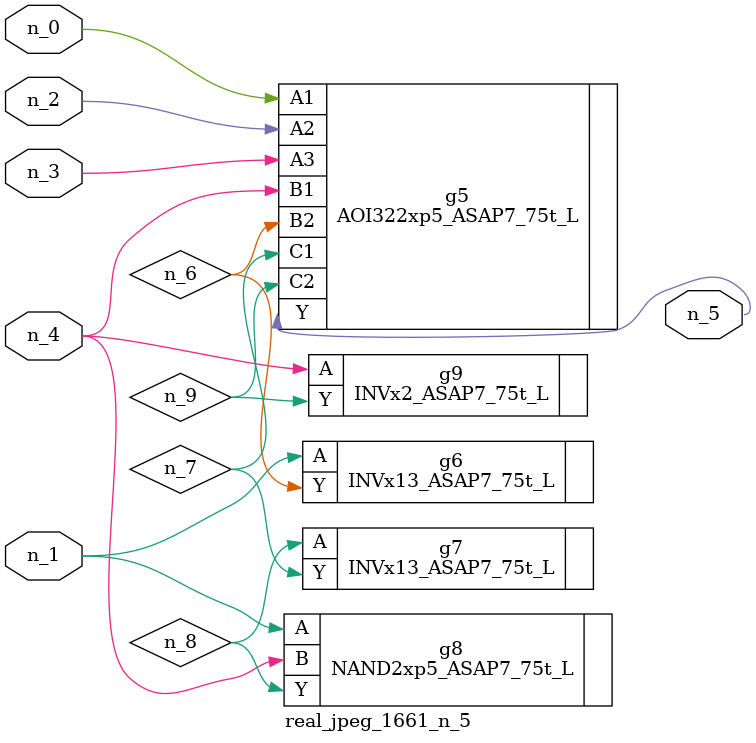
<source format=v>
module real_jpeg_1661_n_5 (n_4, n_0, n_1, n_2, n_3, n_5);

input n_4;
input n_0;
input n_1;
input n_2;
input n_3;

output n_5;

wire n_8;
wire n_6;
wire n_7;
wire n_9;

AOI322xp5_ASAP7_75t_L g5 ( 
.A1(n_0),
.A2(n_2),
.A3(n_3),
.B1(n_4),
.B2(n_6),
.C1(n_7),
.C2(n_9),
.Y(n_5)
);

INVx13_ASAP7_75t_L g6 ( 
.A(n_1),
.Y(n_6)
);

NAND2xp5_ASAP7_75t_L g8 ( 
.A(n_1),
.B(n_4),
.Y(n_8)
);

INVx2_ASAP7_75t_L g9 ( 
.A(n_4),
.Y(n_9)
);

INVx13_ASAP7_75t_L g7 ( 
.A(n_8),
.Y(n_7)
);


endmodule
</source>
